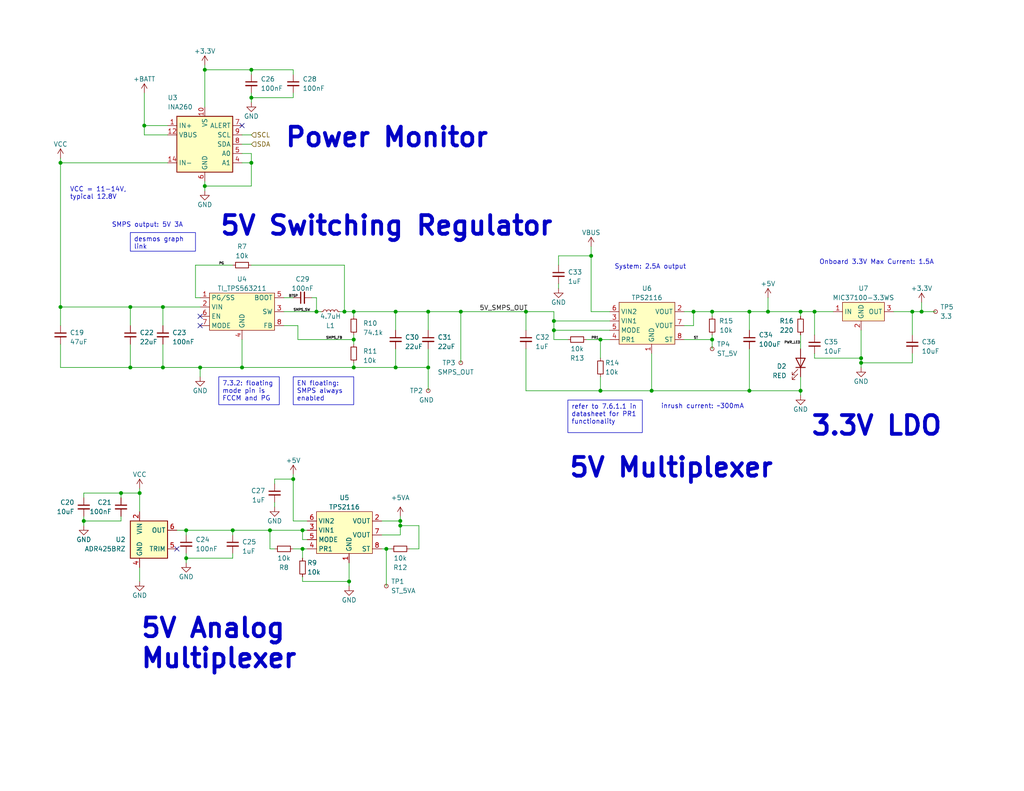
<source format=kicad_sch>
(kicad_sch (version 20231120) (generator "eeschema") (generator_version "8.0")
  (paper "USLetter")
  (title_block (title "SDM-24 Data Logger") (date "2024-01-20") (rev "v3.1") (company "Sun Devil Motorsports") (comment 1 "System and onboard power regulators"))
  (lib_symbols
    (symbol "Connector:TestPoint_Small" (pin_numbers hide) (pin_names (offset 0.762) hide)
      (property "Reference" "TP" (at 0 3.81 0))
      (property "Value" "TestPoint_Small" (at 0 2.032 0))
      (symbol "TestPoint_Small_0_1"
        (circle (center 0 0) (radius 0.508))
      )
      (symbol "TestPoint_Small_1_1"
        (pin passive line (at 0 0 90) (length 0) (name "1") (number "1"))
      )
    )
    (symbol "Device:C_Small" (pin_numbers hide) (pin_names (offset 0.254) hide)
      (property "Reference" "C" (at 0.254 1.778 0))
      (property "Value" "C_Small" (at 0.254 -2.032 0))
      (symbol "C_Small_0_1"
        (polyline (pts (xy -1.524 -0.508) (xy 1.524 -0.508)) (stroke (width 0.3302)))
        (polyline (pts (xy -1.524 0.508) (xy 1.524 0.508)) (stroke (width 0.3048)))
      )
      (symbol "C_Small_1_1"
        (pin passive line (at 0 2.54 270) (length 2.032) (name "~") (number "1"))
        (pin passive line (at 0 -2.54 90) (length 2.032) (name "~") (number "2"))
      )
    )
    (symbol "Device:LED" (pin_numbers hide) (pin_names (offset 1.016) hide)
      (property "Reference" "D" (at 0 2.54 0))
      (property "Value" "LED" (at 0 -2.54 0))
      (symbol "LED_0_1"
        (polyline (pts (xy -1.27 -1.27) (xy -1.27 1.27)) (stroke (width 0.254)))
        (polyline (pts (xy -1.27 0) (xy 1.27 0)))
        (polyline (pts (xy 1.27 -1.27) (xy 1.27 1.27) (xy -1.27 0) (xy 1.27 -1.27)) (stroke (width 0.254)))
        (polyline (pts (xy -3.048 -0.762) (xy -4.572 -2.286) (xy -3.81 -2.286) (xy -4.572 -2.286) (xy -4.572 -1.524)))
        (polyline (pts (xy -1.778 -0.762) (xy -3.302 -2.286) (xy -2.54 -2.286) (xy -3.302 -2.286) (xy -3.302 -1.524)))
      )
      (symbol "LED_1_1"
        (pin passive line (at -3.81 0 0) (length 2.54) (name "K") (number "1"))
        (pin passive line (at 3.81 0 180) (length 2.54) (name "A") (number "2"))
      )
    )
    (symbol "Device:L_Small" (pin_numbers hide) (pin_names (offset 0.254) hide)
      (property "Reference" "L" (at 0.762 1.016 0))
      (property "Value" "L_Small" (at 0.762 -1.016 0))
      (symbol "L_Small_0_1"
        (arc (start 0 -2.032) (mid 0.5058 -1.524) (end 0 -1.016))
        (arc (start 0 -1.016) (mid 0.5058 -0.508) (end 0 0))
        (arc (start 0 0) (mid 0.5058 0.508) (end 0 1.016))
        (arc (start 0 1.016) (mid 0.5058 1.524) (end 0 2.032))
      )
      (symbol "L_Small_1_1"
        (pin passive line (at 0 2.54 270) (length 0.508) (name "~") (number "1"))
        (pin passive line (at 0 -2.54 90) (length 0.508) (name "~") (number "2"))
      )
    )
    (symbol "Device:R_Small" (pin_numbers hide) (pin_names (offset 0.254) hide)
      (property "Reference" "R" (at 0.762 0.508 0))
      (property "Value" "R_Small" (at 0.762 -1.016 0))
      (symbol "R_Small_0_1"
        (rectangle (start -0.762 1.778) (end 0.762 -1.778) (stroke (width 0.2032)))
      )
      (symbol "R_Small_1_1"
        (pin passive line (at 0 2.54 270) (length 0.762) (name "~") (number "1"))
        (pin passive line (at 0 -2.54 90) (length 0.762) (name "~") (number "2"))
      )
    )
    (symbol "Reference_Voltage:ADR425ARMZ"
      (property "Reference" "U" (at 0 6.35 0))
      (property "Value" "ADR425ARMZ" (at 3.81 -6.35 0))
      (symbol "ADR425ARMZ_0_1"
        (rectangle (start 5.08 -5.08) (end -5.08 5.08) (stroke (width 0.254)) (fill (type background)))
        (pin no_connect line (at -5.08 0 0) (length 2.54) hide (name "TP") (number "1"))
        (pin power_in line (at -2.54 7.62 270) (length 2.54) (name "VIN") (number "2"))
        (pin no_connect line (at 5.08 0 180) (length 2.54) hide (name "NC") (number "3"))
        (pin power_in line (at -2.54 -7.62 90) (length 2.54) (name "GND") (number "4"))
        (pin passive line (at 7.62 -2.54 180) (length 2.54) (name "TRIM") (number "5"))
        (pin output line (at 7.62 2.54 180) (length 2.54) (name "OUT") (number "6"))
        (pin no_connect line (at -5.08 2.54 0) (length 2.54) hide (name "NC") (number "7"))
        (pin no_connect line (at -5.08 -2.54 0) (length 2.54) hide (name "TP") (number "8"))
      )
    )
    (symbol "Sensor:INA260"
      (property "Reference" "U" (at -6.35 8.89 0))
      (property "Value" "INA260" (at 2.54 8.89 0))
      (symbol "INA260_0_1"
        (rectangle (start -7.62 7.62) (end 7.62 -7.62) (stroke (width 0.254)) (fill (type background)))
      )
      (symbol "INA260_1_1"
        (pin passive line (at -10.16 5.08 0) (length 2.54) (name "IN+") (number "1"))
        (pin power_in line (at 0 10.16 270) (length 2.54) (name "VS") (number "10"))
        (pin passive line (at 0 -10.16 90) (length 2.54) hide (name "GND") (number "11"))
        (pin passive line (at -10.16 2.54 0) (length 2.54) (name "VBUS") (number "12"))
        (pin no_connect line (at 2.54 -7.62 90) (length 2.54) hide (name "NC") (number "13"))
        (pin passive line (at -10.16 -5.08 0) (length 2.54) (name "IN-") (number "14"))
        (pin passive line (at -10.16 -5.08 0) (length 2.54) hide (name "IN-") (number "15"))
        (pin passive line (at -10.16 -5.08 0) (length 2.54) hide (name "IN-") (number "16"))
        (pin passive line (at -10.16 5.08 0) (length 2.54) hide (name "IN+") (number "2"))
        (pin passive line (at -10.16 5.08 0) (length 2.54) hide (name "IN+") (number "3"))
        (pin input line (at 10.16 -5.08 180) (length 2.54) (name "A1") (number "4"))
        (pin input line (at 10.16 -2.54 180) (length 2.54) (name "A0") (number "5"))
        (pin power_in line (at 0 -10.16 90) (length 2.54) (name "GND") (number "6"))
        (pin open_collector line (at 10.16 5.08 180) (length 2.54) (name "ALERT") (number "7"))
        (pin bidirectional line (at 10.16 0 180) (length 2.54) (name "SDA") (number "8"))
        (pin input line (at 10.16 2.54 180) (length 2.54) (name "SCL") (number "9"))
      )
    )
    (symbol "lib:MIC37100-3.3WS"
      (property "Reference" "U" (at 0 6.35 0))
      (property "Value" "MIC37100-3.3WS" (at 0 3.81 0))
      (symbol "MIC37100-3.3WS_1_1"
        (rectangle (start -5.08 2.54) (end 6.35 -2.54) (fill (type background)))
        (pin input line (at -7.62 0 0) (length 2.54) (name "IN") (number "1"))
        (pin input line (at 0 -5.08 90) (length 2.54) (name "GND") (number "2"))
        (pin input line (at 8.89 0 180) (length 2.54) (name "OUT") (number "3"))
      )
    )
    (symbol "lib:TI_TPS2116"
      (property "Reference" "U" (at 0 0 0))
      (property "Value" "TPS2116" (at 0 -2.54 0))
      (symbol "TI_TPS2116_1_1"
        (rectangle (start -7.62 -3.81) (end 7.62 -15.24) (fill (type background)))
        (pin power_in line (at 1.27 -17.78 90) (length 2.54) (name "GND") (number "1"))
        (pin power_out line (at 10.16 -6.35 180) (length 2.54) (name "VOUT") (number "2"))
        (pin power_in line (at -10.16 -8.89 0) (length 2.54) (name "VIN1") (number "3"))
        (pin input line (at -10.16 -13.97 0) (length 2.54) (name "PR1") (number "4"))
        (pin input line (at -10.16 -11.43 0) (length 2.54) (name "MODE") (number "5"))
        (pin power_in line (at -10.16 -6.35 0) (length 2.54) (name "VIN2") (number "6"))
        (pin power_out line (at 10.16 -10.16 180) (length 2.54) (name "VOUT") (number "7"))
        (pin output line (at 10.16 -13.97 180) (length 2.54) (name "ST") (number "8"))
      )
    )
    (symbol "lib:TI_TPS563211"
      (property "Reference" "U" (at 0 0 0))
      (property "Value" "TI_TPS563211" (at 0 -2.54 0))
      (symbol "TI_TPS563211_1_1"
        (rectangle (start -8.89 -3.81) (end 8.89 -13.97) (fill (type background)))
        (pin bidirectional line (at -11.43 -5.08 0) (length 2.54) (name "PG/SS") (number "1"))
        (pin power_in line (at -11.43 -7.62 0) (length 2.54) (name "VIN") (number "2"))
        (pin power_out line (at 11.43 -8.89 180) (length 2.54) (name "SW") (number "3"))
        (pin power_in line (at 0 -16.51 90) (length 2.54) (name "GND") (number "4"))
        (pin power_in line (at 11.43 -5.08 180) (length 2.54) (name "BOOT") (number "5"))
        (pin input line (at -11.43 -10.16 0) (length 2.54) (name "EN") (number "6"))
        (pin input line (at -11.43 -12.7 0) (length 2.54) (name "MODE") (number "7"))
        (pin input line (at 11.43 -12.7 180) (length 2.54) (name "FB") (number "8"))
      )
    )
    (symbol "power:+3.3V" (power) (pin_names (offset 0))
      (property "Value" "+3.3V" (at 0 3.556 0))
      (symbol "+3.3V_0_1"
        (polyline (pts (xy -0.762 1.27) (xy 0 2.54)))
        (polyline (pts (xy 0 0) (xy 0 2.54)))
        (polyline (pts (xy 0 2.54) (xy 0.762 1.27)))
      )
      (symbol "+3.3V_1_1"
        (pin power_in line (at 0 0 90) (length 0) hide (name "+3.3V") (number "1"))
      )
    )
    (symbol "power:+5V" (power) (pin_names (offset 0))
      (property "Value" "+5V" (at 0 3.556 0))
      (symbol "+5V_0_1"
        (polyline (pts (xy -0.762 1.27) (xy 0 2.54)))
        (polyline (pts (xy 0 0) (xy 0 2.54)))
        (polyline (pts (xy 0 2.54) (xy 0.762 1.27)))
      )
      (symbol "+5V_1_1"
        (pin power_in line (at 0 0 90) (length 0) hide (name "+5V") (number "1"))
      )
    )
    (symbol "power:+5VA" (power) (pin_names (offset 0))
      (property "Value" "+5VA" (at 0 3.556 0))
      (symbol "+5VA_0_1"
        (polyline (pts (xy -0.762 1.27) (xy 0 2.54)))
        (polyline (pts (xy 0 0) (xy 0 2.54)))
        (polyline (pts (xy 0 2.54) (xy 0.762 1.27)))
      )
      (symbol "+5VA_1_1"
        (pin power_in line (at 0 0 90) (length 0) hide (name "+5VA") (number "1"))
      )
    )
    (symbol "power:+BATT" (power) (pin_names (offset 0))
      (property "Value" "+BATT" (at 0 3.556 0))
      (symbol "+BATT_0_1"
        (polyline (pts (xy -0.762 1.27) (xy 0 2.54)))
        (polyline (pts (xy 0 0) (xy 0 2.54)))
        (polyline (pts (xy 0 2.54) (xy 0.762 1.27)))
      )
      (symbol "+BATT_1_1"
        (pin power_in line (at 0 0 90) (length 0) hide (name "+BATT") (number "1"))
      )
    )
    (symbol "power:GND" (power) (pin_names (offset 0))
      (property "Value" "GND" (at 0 -3.81 0))
      (symbol "GND_0_1"
        (polyline (pts (xy 0 0) (xy 0 -1.27) (xy 1.27 -1.27) (xy 0 -2.54) (xy -1.27 -1.27) (xy 0 -1.27)))
      )
      (symbol "GND_1_1"
        (pin power_in line (at 0 0 270) (length 0) hide (name "GND") (number "1"))
      )
    )
    (symbol "power:VBUS" (power) (pin_names (offset 0))
      (property "Value" "VBUS" (at 0 3.81 0))
      (symbol "VBUS_0_1"
        (polyline (pts (xy -0.762 1.27) (xy 0 2.54)))
        (polyline (pts (xy 0 0) (xy 0 2.54)))
        (polyline (pts (xy 0 2.54) (xy 0.762 1.27)))
      )
      (symbol "VBUS_1_1"
        (pin power_in line (at 0 0 90) (length 0) hide (name "VBUS") (number "1"))
      )
    )
    (symbol "power:VCC" (power) (pin_names (offset 0))
      (property "Value" "VCC" (at 0 3.81 0))
      (symbol "VCC_0_1"
        (polyline (pts (xy -0.762 1.27) (xy 0 2.54)))
        (polyline (pts (xy 0 0) (xy 0 2.54)))
        (polyline (pts (xy 0 2.54) (xy 0.762 1.27)))
      )
      (symbol "VCC_1_1"
        (pin power_in line (at 0 0 90) (length 0) hide (name "VCC") (number "1"))
      )
    )
  )
  (junction (at 50.8 152.4))
  (junction (at 105.41 149.86))
  (junction (at 86.36 85.09))
  (junction (at 109.22 142.24))
  (junction (at 204.47 85.09))
  (junction (at 234.95 97.79))
  (junction (at 96.52 100.33))
  (junction (at 35.56 100.33))
  (junction (at 35.56 83.82))
  (junction (at 44.45 100.33))
  (junction (at 68.58 26.67))
  (junction (at 143.51 85.09))
  (junction (at 248.92 85.09))
  (junction (at 22.86 142.24))
  (junction (at 109.22 143.51))
  (junction (at 251.46 85.09))
  (junction (at 96.52 85.09))
  (junction (at 16.51 44.45))
  (junction (at 54.61 100.33))
  (junction (at 82.55 144.78))
  (junction (at 50.8 144.78))
  (junction (at 66.04 100.33))
  (junction (at 38.1 134.62))
  (junction (at 39.37 34.29))
  (junction (at 107.95 100.33))
  (junction (at 96.52 92.71))
  (junction (at 218.44 85.09))
  (junction (at 163.83 92.71))
  (junction (at 177.8 106.68))
  (junction (at 80.01 130.81))
  (junction (at 234.95 99.06))
  (junction (at 55.88 19.05))
  (junction (at 44.45 83.82))
  (junction (at 63.5 144.78))
  (junction (at 68.58 44.45))
  (junction (at 107.95 85.09))
  (junction (at 68.58 19.05))
  (junction (at 218.44 106.68))
  (junction (at 116.84 85.09))
  (junction (at 73.66 144.78))
  (junction (at 163.83 106.68))
  (junction (at 151.13 90.17))
  (junction (at 95.25 158.75))
  (junction (at 82.55 149.86))
  (junction (at 93.98 85.09))
  (junction (at 16.51 83.82))
  (junction (at 209.55 85.09))
  (junction (at 161.29 69.85))
  (junction (at 55.88 50.8))
  (junction (at 125.73 85.09))
  (junction (at 222.25 85.09))
  (junction (at 116.84 100.33))
  (junction (at 189.23 85.09))
  (junction (at 194.31 92.71))
  (junction (at 151.13 87.63))
  (junction (at 204.47 106.68))
  (junction (at 194.31 85.09))
  (junction (at 33.02 134.62))
  (no_connect (at 48.26 149.86))
  (no_connect (at 54.61 88.9))
  (no_connect (at 54.61 86.36))
  (no_connect (at 66.04 34.29))
  (wire (pts (xy 82.55 149.86) (xy 82.55 152.4)))
  (wire (pts (xy 68.58 72.39) (xy 93.98 72.39)))
  (wire (pts (xy 222.25 85.09) (xy 222.25 91.44)))
  (wire (pts (xy 44.45 83.82) (xy 44.45 88.9)))
  (wire (pts (xy 194.31 85.09) (xy 194.31 86.36)))
  (wire (pts (xy 107.95 90.17) (xy 107.95 85.09)))
  (wire (pts (xy 48.26 144.78) (xy 50.8 144.78)))
  (wire (pts (xy 104.14 146.05) (xy 109.22 146.05)))
  (wire (pts (xy 66.04 41.91) (xy 68.58 41.91)))
  (wire (pts (xy 111.76 149.86) (xy 114.3 149.86)))
  (wire (pts (xy 194.31 92.71) (xy 194.31 95.25)))
  (wire (pts (xy 109.22 142.24) (xy 109.22 140.97)))
  (wire (pts (xy 39.37 25.4) (xy 39.37 34.29)))
  (wire (pts (xy 77.47 88.9) (xy 81.28 88.9)))
  (wire (pts (xy 55.88 49.53) (xy 55.88 50.8)))
  (wire (pts (xy 82.55 158.75) (xy 82.55 157.48)))
  (wire (pts (xy 218.44 102.87) (xy 218.44 106.68)))
  (wire (pts (xy 44.45 83.82) (xy 35.56 83.82)))
  (wire (pts (xy 222.25 96.52) (xy 222.25 97.79)))
  (wire (pts (xy 80.01 149.86) (xy 82.55 149.86)))
  (wire (pts (xy 74.93 132.08) (xy 74.93 130.81)))
  (wire (pts (xy 66.04 39.37) (xy 68.58 39.37)))
  (wire (pts (xy 55.88 17.78) (xy 55.88 19.05)))
  (wire (pts (xy 35.56 83.82) (xy 35.56 88.9)))
  (wire (pts (xy 116.84 100.33) (xy 107.95 100.33)))
  (wire (pts (xy 163.83 92.71) (xy 163.83 97.79)))
  (wire (pts (xy 39.37 36.83) (xy 45.72 36.83)))
  (wire (pts (xy 218.44 91.44) (xy 218.44 95.25)))
  (wire (pts (xy 22.86 140.97) (xy 22.86 142.24)))
  (wire (pts (xy 55.88 19.05) (xy 55.88 29.21)))
  (wire (pts (xy 50.8 152.4) (xy 50.8 151.13)))
  (wire (pts (xy 204.47 85.09) (xy 209.55 85.09)))
  (wire (pts (xy 96.52 85.09) (xy 107.95 85.09)))
  (wire (pts (xy 16.51 43.18) (xy 16.51 44.45)))
  (wire (pts (xy 35.56 93.98) (xy 35.56 100.33)))
  (wire (pts (xy 96.52 92.71) (xy 96.52 91.44)))
  (wire (pts (xy 54.61 81.28) (xy 53.34 81.28)))
  (wire (pts (xy 143.51 85.09) (xy 143.51 90.17)))
  (wire (pts (xy 50.8 144.78) (xy 50.8 146.05)))
  (wire (pts (xy 109.22 143.51) (xy 109.22 142.24)))
  (wire (pts (xy 22.86 134.62) (xy 33.02 134.62)))
  (wire (pts (xy 107.95 95.25) (xy 107.95 100.33)))
  (wire (pts (xy 55.88 50.8) (xy 55.88 52.07)))
  (wire (pts (xy 222.25 85.09) (xy 227.33 85.09)))
  (wire (pts (xy 143.51 95.25) (xy 143.51 106.68)))
  (wire (pts (xy 116.84 85.09) (xy 125.73 85.09)))
  (wire (pts (xy 114.3 149.86) (xy 114.3 143.51)))
  (wire (pts (xy 74.93 149.86) (xy 73.66 149.86)))
  (wire (pts (xy 105.41 149.86) (xy 105.41 160.02)))
  (wire (pts (xy 86.36 85.09) (xy 87.63 85.09)))
  (wire (pts (xy 83.82 147.32) (xy 82.55 147.32)))
  (wire (pts (xy 161.29 85.09) (xy 161.29 69.85)))
  (wire (pts (xy 125.73 85.09) (xy 143.51 85.09)))
  (wire (pts (xy 33.02 140.97) (xy 33.02 142.24)))
  (wire (pts (xy 33.02 134.62) (xy 38.1 134.62)))
  (wire (pts (xy 218.44 107.95) (xy 218.44 106.68)))
  (wire (pts (xy 50.8 144.78) (xy 63.5 144.78)))
  (wire (pts (xy 55.88 19.05) (xy 68.58 19.05)))
  (wire (pts (xy 81.28 92.71) (xy 96.52 92.71)))
  (wire (pts (xy 177.8 106.68) (xy 204.47 106.68)))
  (wire (pts (xy 93.98 85.09) (xy 96.52 85.09)))
  (wire (pts (xy 243.84 85.09) (xy 248.92 85.09)))
  (wire (pts (xy 16.51 83.82) (xy 16.51 88.9)))
  (wire (pts (xy 189.23 88.9) (xy 189.23 85.09)))
  (wire (pts (xy 50.8 153.67) (xy 50.8 152.4)))
  (wire (pts (xy 189.23 85.09) (xy 194.31 85.09)))
  (wire (pts (xy 68.58 20.32) (xy 68.58 19.05)))
  (wire (pts (xy 80.01 25.4) (xy 80.01 26.67)))
  (wire (pts (xy 116.84 85.09) (xy 116.84 90.17)))
  (wire (pts (xy 96.52 85.09) (xy 96.52 86.36)))
  (wire (pts (xy 33.02 135.89) (xy 33.02 134.62)))
  (wire (pts (xy 53.34 72.39) (xy 63.5 72.39)))
  (wire (pts (xy 39.37 34.29) (xy 39.37 36.83)))
  (wire (pts (xy 96.52 92.71) (xy 96.52 93.98)))
  (wire (pts (xy 218.44 85.09) (xy 222.25 85.09)))
  (wire (pts (xy 105.41 149.86) (xy 106.68 149.86)))
  (wire (pts (xy 152.4 72.39) (xy 152.4 69.85)))
  (wire (pts (xy 38.1 134.62) (xy 38.1 139.7)))
  (wire (pts (xy 63.5 144.78) (xy 73.66 144.78)))
  (wire (pts (xy 251.46 85.09) (xy 255.27 85.09)))
  (wire (pts (xy 44.45 100.33) (xy 54.61 100.33)))
  (wire (pts (xy 39.37 34.29) (xy 45.72 34.29)))
  (wire (pts (xy 151.13 90.17) (xy 151.13 87.63)))
  (wire (pts (xy 194.31 85.09) (xy 204.47 85.09)))
  (wire (pts (xy 251.46 82.55) (xy 251.46 85.09)))
  (wire (pts (xy 77.47 85.09) (xy 86.36 85.09)))
  (wire (pts (xy 22.86 135.89) (xy 22.86 134.62)))
  (wire (pts (xy 194.31 91.44) (xy 194.31 92.71)))
  (wire (pts (xy 16.51 83.82) (xy 35.56 83.82)))
  (wire (pts (xy 44.45 93.98) (xy 44.45 100.33)))
  (wire (pts (xy 107.95 85.09) (xy 116.84 85.09)))
  (wire (pts (xy 204.47 106.68) (xy 218.44 106.68)))
  (wire (pts (xy 82.55 144.78) (xy 83.82 144.78)))
  (wire (pts (xy 234.95 90.17) (xy 234.95 97.79)))
  (wire (pts (xy 166.37 90.17) (xy 151.13 90.17)))
  (wire (pts (xy 68.58 50.8) (xy 68.58 44.45)))
  (wire (pts (xy 160.02 92.71) (xy 163.83 92.71)))
  (wire (pts (xy 248.92 85.09) (xy 251.46 85.09)))
  (wire (pts (xy 209.55 81.28) (xy 209.55 85.09)))
  (wire (pts (xy 234.95 97.79) (xy 234.95 99.06)))
  (wire (pts (xy 73.66 144.78) (xy 82.55 144.78)))
  (wire (pts (xy 161.29 69.85) (xy 161.29 67.31)))
  (wire (pts (xy 16.51 44.45) (xy 45.72 44.45)))
  (wire (pts (xy 80.01 142.24) (xy 80.01 130.81)))
  (wire (pts (xy 66.04 100.33) (xy 96.52 100.33)))
  (wire (pts (xy 68.58 41.91) (xy 68.58 44.45)))
  (wire (pts (xy 248.92 85.09) (xy 248.92 91.44)))
  (wire (pts (xy 163.83 106.68) (xy 177.8 106.68)))
  (wire (pts (xy 96.52 99.06) (xy 96.52 100.33)))
  (wire (pts (xy 204.47 85.09) (xy 204.47 90.17)))
  (wire (pts (xy 44.45 100.33) (xy 35.56 100.33)))
  (wire (pts (xy 68.58 26.67) (xy 68.58 27.94)))
  (wire (pts (xy 104.14 149.86) (xy 105.41 149.86)))
  (wire (pts (xy 38.1 133.35) (xy 38.1 134.62)))
  (wire (pts (xy 222.25 97.79) (xy 234.95 97.79)))
  (wire (pts (xy 68.58 44.45) (xy 66.04 44.45)))
  (wire (pts (xy 209.55 85.09) (xy 218.44 85.09)))
  (wire (pts (xy 50.8 152.4) (xy 63.5 152.4)))
  (wire (pts (xy 85.09 81.28) (xy 86.36 81.28)))
  (wire (pts (xy 194.31 92.71) (xy 186.69 92.71)))
  (wire (pts (xy 83.82 142.24) (xy 80.01 142.24)))
  (wire (pts (xy 16.51 44.45) (xy 16.51 83.82)))
  (wire (pts (xy 80.01 130.81) (xy 80.01 129.54)))
  (wire (pts (xy 166.37 87.63) (xy 151.13 87.63)))
  (wire (pts (xy 54.61 100.33) (xy 54.61 102.87)))
  (wire (pts (xy 151.13 92.71) (xy 154.94 92.71)))
  (wire (pts (xy 95.25 158.75) (xy 95.25 160.02)))
  (wire (pts (xy 151.13 90.17) (xy 151.13 92.71)))
  (wire (pts (xy 95.25 158.75) (xy 82.55 158.75)))
  (wire (pts (xy 68.58 19.05) (xy 80.01 19.05)))
  (wire (pts (xy 16.51 93.98) (xy 16.51 100.33)))
  (wire (pts (xy 152.4 69.85) (xy 161.29 69.85)))
  (wire (pts (xy 16.51 100.33) (xy 35.56 100.33)))
  (wire (pts (xy 66.04 92.71) (xy 66.04 100.33)))
  (wire (pts (xy 248.92 96.52) (xy 248.92 99.06)))
  (wire (pts (xy 66.04 36.83) (xy 68.58 36.83)))
  (wire (pts (xy 66.04 100.33) (xy 54.61 100.33)))
  (wire (pts (xy 114.3 143.51) (xy 109.22 143.51)))
  (wire (pts (xy 125.73 85.09) (xy 125.73 99.06)))
  (wire (pts (xy 109.22 146.05) (xy 109.22 143.51)))
  (wire (pts (xy 186.69 88.9) (xy 189.23 88.9)))
  (wire (pts (xy 166.37 85.09) (xy 161.29 85.09)))
  (wire (pts (xy 96.52 100.33) (xy 107.95 100.33)))
  (wire (pts (xy 163.83 102.87) (xy 163.83 106.68)))
  (wire (pts (xy 92.71 85.09) (xy 93.98 85.09)))
  (wire (pts (xy 95.25 153.67) (xy 95.25 158.75)))
  (wire (pts (xy 116.84 95.25) (xy 116.84 100.33)))
  (wire (pts (xy 116.84 100.33) (xy 116.84 106.68)))
  (wire (pts (xy 33.02 142.24) (xy 22.86 142.24)))
  (wire (pts (xy 104.14 142.24) (xy 109.22 142.24)))
  (wire (pts (xy 186.69 85.09) (xy 189.23 85.09)))
  (wire (pts (xy 86.36 81.28) (xy 86.36 85.09)))
  (wire (pts (xy 163.83 92.71) (xy 166.37 92.71)))
  (wire (pts (xy 82.55 147.32) (xy 82.55 144.78)))
  (wire (pts (xy 63.5 152.4) (xy 63.5 151.13)))
  (wire (pts (xy 218.44 85.09) (xy 218.44 86.36)))
  (wire (pts (xy 177.8 96.52) (xy 177.8 106.68)))
  (wire (pts (xy 234.95 99.06) (xy 234.95 100.33)))
  (wire (pts (xy 22.86 142.24) (xy 22.86 143.51)))
  (wire (pts (xy 55.88 50.8) (xy 68.58 50.8)))
  (wire (pts (xy 74.93 137.16) (xy 74.93 138.43)))
  (wire (pts (xy 77.47 81.28) (xy 80.01 81.28)))
  (wire (pts (xy 143.51 85.09) (xy 151.13 85.09)))
  (wire (pts (xy 53.34 81.28) (xy 53.34 72.39)))
  (wire (pts (xy 68.58 25.4) (xy 68.58 26.67)))
  (wire (pts (xy 151.13 87.63) (xy 151.13 85.09)))
  (wire (pts (xy 93.98 72.39) (xy 93.98 85.09)))
  (wire (pts (xy 44.45 83.82) (xy 54.61 83.82)))
  (wire (pts (xy 143.51 106.68) (xy 163.83 106.68)))
  (wire (pts (xy 63.5 144.78) (xy 63.5 146.05)))
  (wire (pts (xy 152.4 77.47) (xy 152.4 78.74)))
  (wire (pts (xy 248.92 99.06) (xy 234.95 99.06)))
  (wire (pts (xy 204.47 95.25) (xy 204.47 106.68)))
  (wire (pts (xy 80.01 19.05) (xy 80.01 20.32)))
  (wire (pts (xy 38.1 154.94) (xy 38.1 158.75)))
  (wire (pts (xy 82.55 149.86) (xy 83.82 149.86)))
  (wire (pts (xy 73.66 149.86) (xy 73.66 144.78)))
  (wire (pts (xy 80.01 26.67) (xy 68.58 26.67)))
  (wire (pts (xy 74.93 130.81) (xy 80.01 130.81)))
  (wire (pts (xy 81.28 88.9) (xy 81.28 92.71)))
  (text_box "7.3.2: floating mode pin is FCCM and PG" (at 59.69 102.87 0) (size 16.51 7.62) (effects (font (size 1.27 1.27)) (justify left top)))
  (text_box "refer to 7.6.1.1 in datasheet for PR1 functionality" (at 154.94 109.22 0) (size 20.32 8.89) (effects (font (size 1.27 1.27)) (justify left top)))
  (text_box "desmos graph link" (at 35.56 63.5 0) (size 17.78 5.08) (effects (font (size 1.27 1.27)) (justify left top)))
  (text_box "EN floating: SMPS always enabled" (at 80.01 102.87 0) (size 16.51 7.62) (effects (font (size 1.27 1.27)) (justify left top)))
  (text "VCC = 11-14V,\ntypical 12.8V" (at 19.05 54.61 0) (effects (font (size 1.27 1.27)) (justify left bottom)))
  (text "Onboard 3.3V Max Current: 1.5A" (at 223.52 72.39 0) (effects (font (size 1.27 1.27)) (justify left bottom)))
  (text "5V Switching Regulator" (at 59.69 64.77 0) (effects (font (size 5.12 5.12) (thickness 1.024) (bold yes)) (justify left bottom)))
  (text "5V Multiplexer" (at 154.94 130.81 0) (effects (font (size 5.12 5.12) (bold yes)) (justify left bottom)))
  (text "inrush current: ~300mA" (at 180.34 111.76 0) (effects (font (size 1.27 1.27)) (justify left bottom)))
  (text "5V Analog\nMultiplexer" (at 38.1 182.88 0) (effects (font (size 5.12 5.12) (bold yes)) (justify left bottom)))
  (text "Power Monitor\n" (at 77.47 40.64 0) (effects (font (size 5.12 5.12) (bold yes)) (justify left bottom)))
  (text "System: 2.5A output" (at 167.64 73.66 0) (effects (font (size 1.27 1.27)) (justify left bottom)))
  (text "3.3V LDO" (at 220.98 119.38 0) (effects (font (size 5.12 5.12) (bold yes)) (justify left bottom)))
  (text "SMPS output: 5V 3A" (at 30.48 62.23 0) (effects (font (size 1.27 1.27)) (justify left bottom)))
  (label "PG" (at 59.69 72.39 0) (effects (font (size 0.65 0.65))))
  (label "BTSP" (at 78.74 81.28 0) (effects (font (size 0.65 0.65))))
  (label "ST" (at 189.23 92.71 0) (effects (font (size 0.65 0.65))))
  (label "PR1" (at 161.29 92.71 0) (effects (font (size 0.65 0.65))))
  (label "5V_SMPS_OUT" (at 130.81 85.09 0))
  (label "SMPS_SW" (at 80.01 85.09 0) (effects (font (size 0.65 0.65))))
  (label "SMPS_FB" (at 88.9 92.71 0) (effects (font (size 0.65 0.65))))
  (label "PWR_LED" (at 218.44 93.98 180) (effects (font (size 0.65 0.65))))
  (hierarchical_label "SDA" (shape input) (at 68.58 39.37 0))
  (hierarchical_label "SCL" (shape input) (at 68.58 36.83 0))
  (symbol (lib_id "lib:MIC37100-3.3WS") (at 234.95 85.09 0) (unit 1)
    (property "Reference" "U7" (at 235.585 78.74 0))
    (property "Value" "MIC37100-3.3WS" (at 235.585 81.28 0))
    (property "Footprint" "Package_TO_SOT_SMD:SOT-223-3_TabPin2" (effects (hide yes)))
  )
  (symbol (lib_id "Device:C_Small") (at 68.58 22.86 0) (unit 1)
    (property "Reference" "C26" (at 71.12 21.5963 0) (effects (justify left)))
    (property "Value" "100nF" (at 71.12 24.1363 0) (effects (justify left)))
    (property "Footprint" "Capacitor_SMD:C_0402_1005Metric" (effects (hide yes)))
  )
  (symbol (lib_id "power:VCC") (at 38.1 133.35 0) (unit 1)
    (property "Reference" "#PWR019" (effects (hide yes)))
    (property "Value" "VCC" (at 38.1 129.54 0))
  )
  (symbol (lib_id "Device:R_Small") (at 77.47 149.86 90) (unit 1)
    (property "Reference" "R8" (at 77.47 154.94 90))
    (property "Value" "10k" (at 77.47 152.4 90))
    (property "Footprint" "Resistor_SMD:R_0402_1005Metric" (effects (hide yes)))
  )
  (symbol (lib_id "power:+5V") (at 209.55 81.28 0) (unit 1)
    (property "Reference" "#PWR033" (effects (hide yes)))
    (property "Value" "+5V" (at 209.55 77.47 0))
  )
  (symbol (lib_id "power:GND") (at 95.25 160.02 0) (unit 1)
    (property "Reference" "#PWR029" (effects (hide yes)))
    (property "Value" "GND" (at 95.25 163.83 0))
  )
  (symbol (lib_id "power:GND") (at 38.1 158.75 0) (unit 1)
    (property "Reference" "#PWR020" (effects (hide yes)))
    (property "Value" "GND" (at 38.1 162.56 0))
  )
  (symbol (lib_id "power:+5V") (at 80.01 129.54 0) (unit 1)
    (property "Reference" "#PWR028" (effects (hide yes)))
    (property "Value" "+5V" (at 80.01 125.73 0))
  )
  (symbol (lib_id "Device:R_Small") (at 66.04 72.39 90) (unit 1)
    (property "Reference" "R7" (at 66.04 67.31 90))
    (property "Value" "10k" (at 66.04 69.85 90))
    (property "Footprint" "Resistor_SMD:R_0603_1608Metric" (effects (hide yes)))
  )
  (symbol (lib_id "power:GND") (at 22.86 143.51 0) (unit 1)
    (property "Reference" "#PWR018" (effects (hide yes)))
    (property "Value" "GND" (at 22.86 147.32 0))
  )
  (symbol (lib_id "Device:R_Small") (at 82.55 154.94 0) (unit 1)
    (property "Reference" "R9" (at 83.82 153.67 0) (effects (justify left)))
    (property "Value" "10k" (at 83.82 156.21 0) (effects (justify left)))
    (property "Footprint" "Resistor_SMD:R_0402_1005Metric" (effects (hide yes)))
  )
  (symbol (lib_id "Device:C_Small") (at 222.25 93.98 0) (unit 1)
    (property "Reference" "C35" (at 224.79 93.3513 0) (effects (justify left)))
    (property "Value" "10uF" (at 224.79 95.8913 0) (effects (justify left)))
    (property "Footprint" "Capacitor_SMD:C_1206_3216Metric" (effects (hide yes)))
  )
  (symbol (lib_id "Device:L_Small") (at 90.17 85.09 270) (mirror x) (unit 1)
    (property "Reference" "L1" (at 90.17 88.9 90))
    (property "Value" "4.7uH" (at 90.17 86.36 90))
    (property "Footprint" "Inductor_SMD:L_Bourns_SRP7028A_7.3x6.6mm" (effects (hide yes)))
  )
  (symbol (lib_id "Device:R_Small") (at 218.44 88.9 0) (mirror x) (unit 1)
    (property "Reference" "R16" (at 214.63 87.63 0))
    (property "Value" "220" (at 214.63 90.17 0))
    (property "Footprint" "Resistor_SMD:R_0603_1608Metric" (effects (hide yes)))
  )
  (symbol (lib_id "Connector:TestPoint_Small") (at 105.41 160.02 0) (unit 1)
    (property "Reference" "TP1" (at 106.68 158.75 0) (effects (justify left)))
    (property "Value" "ST_5VA" (at 106.68 161.29 0) (effects (justify left)))
    (property "Footprint" "TestPoint:TestPoint_Pad_1.0x1.0mm" (effects (hide yes)))
  )
  (symbol (lib_id "Device:C_Small") (at 107.95 92.71 0) (unit 1)
    (property "Reference" "C30" (at 110.49 92.0813 0) (effects (justify left)))
    (property "Value" "22uF" (at 110.49 94.6213 0) (effects (justify left)))
    (property "Footprint" "Capacitor_SMD:C_0805_2012Metric" (effects (hide yes)))
  )
  (symbol (lib_id "power:GND") (at 152.4 78.74 0) (unit 1)
    (property "Reference" "#PWR031" (effects (hide yes)))
    (property "Value" "GND" (at 152.4 82.55 0))
  )
  (symbol (lib_id "Connector:TestPoint_Small") (at 194.31 95.25 0) (unit 1)
    (property "Reference" "TP4" (at 195.58 93.98 0) (effects (justify left)))
    (property "Value" "ST_5V" (at 195.58 96.52 0) (effects (justify left)))
    (property "Footprint" "TestPoint:TestPoint_Pad_1.0x1.0mm" (effects (hide yes)))
  )
  (symbol (lib_id "Device:C_Small") (at 248.92 93.98 0) (unit 1)
    (property "Reference" "C36" (at 251.46 93.3513 0) (effects (justify left)))
    (property "Value" "10uF" (at 251.46 95.8913 0) (effects (justify left)))
    (property "Footprint" "Capacitor_SMD:C_1206_3216Metric" (effects (hide yes)))
  )
  (symbol (lib_id "Connector:TestPoint_Small") (at 125.73 99.06 0) (unit 1)
    (property "Reference" "TP3" (at 120.65 99.06 0) (effects (justify left)))
    (property "Value" "SMPS_OUT" (at 119.38 101.6 0) (effects (justify left)))
    (property "Footprint" "TestPoint:TestPoint_Pad_1.5x1.5mm" (effects (hide yes)))
  )
  (symbol (lib_id "Device:C_Small") (at 50.8 148.59 0) (unit 1)
    (property "Reference" "C24" (at 53.34 147.3263 0) (effects (justify left)))
    (property "Value" "100nF" (at 53.34 149.8663 0) (effects (justify left)))
    (property "Footprint" "Capacitor_SMD:C_0402_1005Metric" (effects (hide yes)))
  )
  (symbol (lib_id "Device:C_Small") (at 80.01 22.86 0) (unit 1)
    (property "Reference" "C28" (at 82.55 21.5963 0) (effects (justify left)))
    (property "Value" "100nF" (at 82.55 24.1363 0) (effects (justify left)))
    (property "Footprint" "Capacitor_SMD:C_0402_1005Metric" (effects (hide yes)))
  )
  (symbol (lib_id "power:VCC") (at 16.51 43.18 0) (unit 1)
    (property "Reference" "#PWR017" (effects (hide yes)))
    (property "Value" "VCC" (at 16.51 39.37 0))
  )
  (symbol (lib_id "power:GND") (at 218.44 107.95 0) (unit 1)
    (property "Reference" "#PWR034" (effects (hide yes)))
    (property "Value" "GND" (at 218.44 111.76 0))
  )
  (symbol (lib_id "lib:TI_TPS2116") (at 176.53 78.74 0) (unit 1)
    (property "Reference" "U6" (at 176.53 78.74 0))
    (property "Value" "TPS2116" (at 176.53 81.28 0))
    (property "Footprint" "Library:SOT-5X3" (effects (hide yes)))
  )
  (symbol (lib_id "power:GND") (at 50.8 153.67 0) (unit 1)
    (property "Reference" "#PWR022" (effects (hide yes)))
    (property "Value" "GND" (at 50.8 157.48 0))
  )
  (symbol (lib_id "power:GND") (at 74.93 138.43 0) (unit 1)
    (property "Reference" "#PWR027" (effects (hide yes)))
    (property "Value" "GND" (at 74.93 142.24 0))
  )
  (symbol (lib_id "power:GND") (at 54.61 102.87 0) (unit 1)
    (property "Reference" "#PWR023" (effects (hide yes)))
    (property "Value" "GND" (at 54.61 106.68 0))
  )
  (symbol (lib_id "Device:R_Small") (at 109.22 149.86 90) (unit 1)
    (property "Reference" "R12" (at 109.22 154.94 90))
    (property "Value" "10k" (at 109.22 152.4 90))
    (property "Footprint" "Resistor_SMD:R_0402_1005Metric" (effects (hide yes)))
  )
  (symbol (lib_id "Device:R_Small") (at 96.52 96.52 0) (unit 1)
    (property "Reference" "R11" (at 99.06 95.885 0) (effects (justify left)))
    (property "Value" "10k" (at 99.06 98.425 0) (effects (justify left)))
    (property "Footprint" "Resistor_SMD:R_0402_1005Metric" (effects (hide yes)))
  )
  (symbol (lib_id "Device:C_Small") (at 116.84 92.71 0) (unit 1)
    (property "Reference" "C31" (at 119.38 92.0813 0) (effects (justify left)))
    (property "Value" "22uF" (at 119.38 94.6213 0) (effects (justify left)))
    (property "Footprint" "Capacitor_SMD:C_0805_2012Metric" (effects (hide yes)))
  )
  (symbol (lib_id "Device:R_Small") (at 194.31 88.9 180) (unit 1)
    (property "Reference" "R15" (at 198.12 87.63 0))
    (property "Value" "10k" (at 198.12 90.17 0))
    (property "Footprint" "Resistor_SMD:R_0603_1608Metric" (effects (hide yes)))
  )
  (symbol (lib_id "Device:C_Small") (at 63.5 148.59 0) (unit 1)
    (property "Reference" "C25" (at 66.04 147.9613 0) (effects (justify left)))
    (property "Value" "1uF" (at 66.04 150.5013 0) (effects (justify left)))
    (property "Footprint" "Capacitor_SMD:C_0603_1608Metric" (effects (hide yes)))
  )
  (symbol (lib_id "Device:C_Small") (at 82.55 81.28 90) (unit 1)
    (property "Reference" "C29" (at 82.5563 76.2 90))
    (property "Value" "100nF" (at 82.5563 78.74 90))
    (property "Footprint" "Capacitor_SMD:C_0402_1005Metric" (effects (hide yes)))
  )
  (symbol (lib_id "Device:LED") (at 218.44 99.06 270) (mirror x) (unit 1)
    (property "Reference" "D2" (at 214.63 100.0125 90) (effects (justify right)))
    (property "Value" "RED" (at 214.63 102.5525 90) (effects (justify right)))
    (property "Footprint" "Library:SSF-LXH100LID" (effects (hide yes)))
  )
  (symbol (lib_id "power:GND") (at 55.88 52.07 0) (unit 1)
    (property "Reference" "#PWR025" (effects (hide yes)))
    (property "Value" "GND" (at 55.88 55.88 0))
  )
  (symbol (lib_id "power:VBUS") (at 161.29 67.31 0) (unit 1)
    (property "Reference" "#PWR032" (effects (hide yes)))
    (property "Value" "VBUS" (at 161.29 63.5 0))
  )
  (symbol (lib_id "Device:C_Small") (at 33.02 138.43 0) (mirror y) (unit 1)
    (property "Reference" "C21" (at 30.48 137.1663 0) (effects (justify left)))
    (property "Value" "100nF" (at 30.48 139.7063 0) (effects (justify left)))
    (property "Footprint" "Capacitor_SMD:C_0402_1005Metric" (effects (hide yes)))
  )
  (symbol (lib_id "Device:C_Small") (at 22.86 138.43 0) (mirror y) (unit 1)
    (property "Reference" "C20" (at 20.32 137.1663 0) (effects (justify left)))
    (property "Value" "10uF" (at 20.32 139.7063 0) (effects (justify left)))
    (property "Footprint" "Capacitor_SMD:C_0805_2012Metric" (effects (hide yes)))
  )
  (symbol (lib_id "Device:R_Small") (at 96.52 88.9 0) (unit 1)
    (property "Reference" "R10" (at 99.06 88.265 0) (effects (justify left)))
    (property "Value" "74.1k" (at 99.06 90.805 0) (effects (justify left)))
    (property "Footprint" "Resistor_SMD:R_0402_1005Metric" (effects (hide yes)))
  )
  (symbol (lib_id "power:GND") (at 68.58 27.94 0) (unit 1)
    (property "Reference" "#PWR026" (effects (hide yes)))
    (property "Value" "GND" (at 68.58 31.75 0))
  )
  (symbol (lib_id "power:GND") (at 234.95 100.33 0) (unit 1)
    (property "Reference" "#PWR035" (effects (hide yes)))
    (property "Value" "GND" (at 234.95 104.14 0))
  )
  (symbol (lib_id "Reference_Voltage:ADR425ARMZ") (at 40.64 147.32 0) (unit 1)
    (property "Reference" "U2" (at 34.29 147.32 0) (effects (justify right)))
    (property "Value" "ADR425BRZ" (at 34.29 149.86 0) (effects (justify right)))
    (property "Footprint" "Package_SO:SOIC-8_3.9x4.9mm_P1.27mm" (effects (hide yes)))
    (property "Datasheet" "https://www.analog.com/media/en/technical-documentation/data-sheets/adr420_421_423_425.pdf" (effects (hide yes)))
  )
  (symbol (lib_id "Device:C_Small") (at 44.45 91.44 0) (unit 1)
    (property "Reference" "C23" (at 46.99 90.8113 0) (effects (justify left)))
    (property "Value" "100nF" (at 46.99 93.3513 0) (effects (justify left)))
    (property "Footprint" "Capacitor_SMD:C_0603_1608Metric" (effects (hide yes)))
  )
  (symbol (lib_id "Device:R_Small") (at 163.83 100.33 0) (unit 1)
    (property "Reference" "R14" (at 165.1 99.06 0) (effects (justify left)))
    (property "Value" "10k" (at 165.1 101.6 0) (effects (justify left)))
    (property "Footprint" "Resistor_SMD:R_0603_1608Metric" (effects (hide yes)))
  )
  (symbol (lib_id "power:+5VA") (at 109.22 140.97 0) (unit 1)
    (property "Reference" "#PWR030" (effects (hide yes)))
    (property "Value" "+5VA" (at 109.22 135.89 0))
  )
  (symbol (lib_id "lib:TI_TPS563211") (at 66.04 76.2 0) (unit 1)
    (property "Reference" "U4" (at 66.04 76.2 0))
    (property "Value" "TI_TPS563211" (at 66.04 78.74 0))
    (property "Footprint" "Library:SOT-5X3" (effects (hide yes)))
  )
  (symbol (lib_id "Device:C_Small") (at 35.56 91.44 0) (unit 1)
    (property "Reference" "C22" (at 38.1 90.8113 0) (effects (justify left)))
    (property "Value" "22uF" (at 38.1 93.3513 0) (effects (justify left)))
    (property "Footprint" "Capacitor_SMD:C_1206_3216Metric" (effects (hide yes)))
  )
  (symbol (lib_id "Connector:TestPoint_Small") (at 255.27 85.09 0) (unit 1)
    (property "Reference" "TP5" (at 256.54 83.82 0) (effects (justify left)))
    (property "Value" "3.3" (at 256.54 86.36 0) (effects (justify left)))
    (property "Footprint" "TestPoint:TestPoint_Pad_1.0x1.0mm" (effects (hide yes)))
  )
  (symbol (lib_id "Device:C_Small") (at 152.4 74.93 0) (unit 1)
    (property "Reference" "C33" (at 154.94 74.3013 0) (effects (justify left)))
    (property "Value" "1uF" (at 154.94 76.8413 0) (effects (justify left)))
    (property "Footprint" "Capacitor_SMD:C_0603_1608Metric" (effects (hide yes)))
  )
  (symbol (lib_id "Sensor:INA260") (at 55.88 39.37 0) (unit 1)
    (property "Reference" "U3" (at 45.72 26.67 0) (effects (justify left)))
    (property "Value" "INA260" (at 45.72 29.21 0) (effects (justify left)))
    (property "Footprint" "Package_SO:TSSOP-16_4.4x5mm_P0.65mm" (effects (hide yes)))
    (property "Datasheet" "http://www.ti.com/lit/ds/symlink/ina260.pdf" (effects (hide yes)))
  )
  (symbol (lib_id "Device:C_Small") (at 74.93 134.62 0) (mirror y) (unit 1)
    (property "Reference" "C27" (at 72.39 133.9913 0) (effects (justify left)))
    (property "Value" "1uF" (at 72.39 136.5313 0) (effects (justify left)))
    (property "Footprint" "Capacitor_SMD:C_0603_1608Metric" (effects (hide yes)))
  )
  (symbol (lib_id "Device:C_Small") (at 143.51 92.71 0) (unit 1)
    (property "Reference" "C32" (at 146.05 92.0813 0) (effects (justify left)))
    (property "Value" "1uF" (at 146.05 94.6213 0) (effects (justify left)))
    (property "Footprint" "Capacitor_SMD:C_0603_1608Metric" (effects (hide yes)))
  )
  (symbol (lib_id "Connector:TestPoint_Small") (at 116.84 106.68 0) (unit 1)
    (property "Reference" "TP2" (at 111.76 106.68 0) (effects (justify left)))
    (property "Value" "GND" (at 114.3 109.22 0) (effects (justify left)))
    (property "Footprint" "TestPoint:TestPoint_Pad_1.5x1.5mm" (effects (hide yes)))
  )
  (symbol (lib_id "power:+BATT") (at 39.37 25.4 0) (unit 1)
    (property "Reference" "#PWR021" (effects (hide yes)))
    (property "Value" "+BATT" (at 39.37 21.59 0))
  )
  (symbol (lib_id "power:+3.3V") (at 55.88 17.78 0) (unit 1)
    (property "Reference" "#PWR024" (effects (hide yes)))
    (property "Value" "+3.3V" (at 55.88 13.97 0))
  )
  (symbol (lib_id "power:+3.3V") (at 251.46 82.55 0) (unit 1)
    (property "Reference" "#PWR036" (effects (hide yes)))
    (property "Value" "+3.3V" (at 251.46 78.74 0))
  )
  (symbol (lib_id "Device:C_Small") (at 16.51 91.44 0) (unit 1)
    (property "Reference" "C19" (at 19.05 90.8113 0) (effects (justify left)))
    (property "Value" "47uF" (at 19.05 93.3513 0) (effects (justify left)))
    (property "Footprint" "Capacitor_SMD:CP_Elec_6.3x5.9" (effects (hide yes)))
  )
  (symbol (lib_id "lib:TI_TPS2116") (at 93.98 135.89 0) (unit 1)
    (property "Reference" "U5" (at 93.98 135.89 0))
    (property "Value" "TPS2116" (at 93.98 138.43 0))
    (property "Footprint" "Library:SOT-5X3" (effects (hide yes)))
  )
  (symbol (lib_id "Device:C_Small") (at 204.47 92.71 0) (unit 1)
    (property "Reference" "C34" (at 207.01 91.4463 0) (effects (justify left)))
    (property "Value" "100uF" (at 207.01 93.9863 0) (effects (justify left)))
    (property "Footprint" "Capacitor_SMD:CP_Elec_6.3x5.9" (effects (hide yes)))
  )
  (symbol (lib_id "Device:R_Small") (at 157.48 92.71 90) (unit 1)
    (property "Reference" "R13" (at 157.48 97.79 90))
    (property "Value" "10k" (at 157.48 95.25 90))
    (property "Footprint" "Resistor_SMD:R_0603_1608Metric" (effects (hide yes)))
  )
)
</source>
